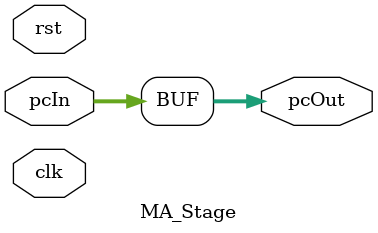
<source format=v>
module MA_Stage (
    input clk,
    input rst,
    input [31:0] pcIn,
    output [31:0] pcOut
);
    assign pcOut = pcIn;
endmodule
</source>
